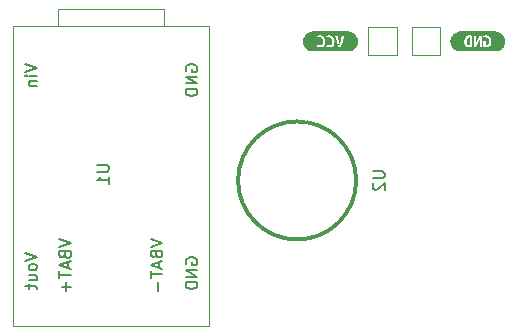
<source format=gbr>
%TF.GenerationSoftware,KiCad,Pcbnew,(6.0.6-0)*%
%TF.CreationDate,2022-09-18T15:49:11+02:00*%
%TF.ProjectId,magnetic-18350-holder-charger,6d61676e-6574-4696-932d-31383335302d,rev?*%
%TF.SameCoordinates,Original*%
%TF.FileFunction,Legend,Bot*%
%TF.FilePolarity,Positive*%
%FSLAX46Y46*%
G04 Gerber Fmt 4.6, Leading zero omitted, Abs format (unit mm)*
G04 Created by KiCad (PCBNEW (6.0.6-0)) date 2022-09-18 15:49:11*
%MOMM*%
%LPD*%
G01*
G04 APERTURE LIST*
%ADD10C,0.150000*%
%ADD11C,0.120000*%
%ADD12C,0.300000*%
G04 APERTURE END LIST*
D10*
%TO.C,U1*%
X122102380Y-89188095D02*
X122911904Y-89188095D01*
X123007142Y-89235714D01*
X123054761Y-89283333D01*
X123102380Y-89378571D01*
X123102380Y-89569047D01*
X123054761Y-89664285D01*
X123007142Y-89711904D01*
X122911904Y-89759523D01*
X122102380Y-89759523D01*
X123102380Y-90759523D02*
X123102380Y-90188095D01*
X123102380Y-90473809D02*
X122102380Y-90473809D01*
X122245238Y-90378571D01*
X122340476Y-90283333D01*
X122388095Y-90188095D01*
X126652380Y-95438095D02*
X127652380Y-95771428D01*
X126652380Y-96104761D01*
X127128571Y-96771428D02*
X127176190Y-96914285D01*
X127223809Y-96961904D01*
X127319047Y-97009523D01*
X127461904Y-97009523D01*
X127557142Y-96961904D01*
X127604761Y-96914285D01*
X127652380Y-96819047D01*
X127652380Y-96438095D01*
X126652380Y-96438095D01*
X126652380Y-96771428D01*
X126700000Y-96866666D01*
X126747619Y-96914285D01*
X126842857Y-96961904D01*
X126938095Y-96961904D01*
X127033333Y-96914285D01*
X127080952Y-96866666D01*
X127128571Y-96771428D01*
X127128571Y-96438095D01*
X127366666Y-97390476D02*
X127366666Y-97866666D01*
X127652380Y-97295238D02*
X126652380Y-97628571D01*
X127652380Y-97961904D01*
X126652380Y-98152380D02*
X126652380Y-98723809D01*
X127652380Y-98438095D02*
X126652380Y-98438095D01*
X127271428Y-99057142D02*
X127271428Y-99819047D01*
X129650000Y-97588095D02*
X129602380Y-97492857D01*
X129602380Y-97350000D01*
X129650000Y-97207142D01*
X129745238Y-97111904D01*
X129840476Y-97064285D01*
X130030952Y-97016666D01*
X130173809Y-97016666D01*
X130364285Y-97064285D01*
X130459523Y-97111904D01*
X130554761Y-97207142D01*
X130602380Y-97350000D01*
X130602380Y-97445238D01*
X130554761Y-97588095D01*
X130507142Y-97635714D01*
X130173809Y-97635714D01*
X130173809Y-97445238D01*
X130602380Y-98064285D02*
X129602380Y-98064285D01*
X130602380Y-98635714D01*
X129602380Y-98635714D01*
X130602380Y-99111904D02*
X129602380Y-99111904D01*
X129602380Y-99350000D01*
X129650000Y-99492857D01*
X129745238Y-99588095D01*
X129840476Y-99635714D01*
X130030952Y-99683333D01*
X130173809Y-99683333D01*
X130364285Y-99635714D01*
X130459523Y-99588095D01*
X130554761Y-99492857D01*
X130602380Y-99350000D01*
X130602380Y-99111904D01*
X118902380Y-95488095D02*
X119902380Y-95821428D01*
X118902380Y-96154761D01*
X119378571Y-96821428D02*
X119426190Y-96964285D01*
X119473809Y-97011904D01*
X119569047Y-97059523D01*
X119711904Y-97059523D01*
X119807142Y-97011904D01*
X119854761Y-96964285D01*
X119902380Y-96869047D01*
X119902380Y-96488095D01*
X118902380Y-96488095D01*
X118902380Y-96821428D01*
X118950000Y-96916666D01*
X118997619Y-96964285D01*
X119092857Y-97011904D01*
X119188095Y-97011904D01*
X119283333Y-96964285D01*
X119330952Y-96916666D01*
X119378571Y-96821428D01*
X119378571Y-96488095D01*
X119616666Y-97440476D02*
X119616666Y-97916666D01*
X119902380Y-97345238D02*
X118902380Y-97678571D01*
X119902380Y-98011904D01*
X118902380Y-98202380D02*
X118902380Y-98773809D01*
X119902380Y-98488095D02*
X118902380Y-98488095D01*
X119521428Y-99107142D02*
X119521428Y-99869047D01*
X119902380Y-99488095D02*
X119140476Y-99488095D01*
X116052380Y-80626190D02*
X117052380Y-80959523D01*
X116052380Y-81292857D01*
X117052380Y-81626190D02*
X116385714Y-81626190D01*
X116052380Y-81626190D02*
X116100000Y-81578571D01*
X116147619Y-81626190D01*
X116100000Y-81673809D01*
X116052380Y-81626190D01*
X116147619Y-81626190D01*
X116385714Y-82102380D02*
X117052380Y-82102380D01*
X116480952Y-82102380D02*
X116433333Y-82150000D01*
X116385714Y-82245238D01*
X116385714Y-82388095D01*
X116433333Y-82483333D01*
X116528571Y-82530952D01*
X117052380Y-82530952D01*
X116002380Y-96626190D02*
X117002380Y-96959523D01*
X116002380Y-97292857D01*
X117002380Y-97769047D02*
X116954761Y-97673809D01*
X116907142Y-97626190D01*
X116811904Y-97578571D01*
X116526190Y-97578571D01*
X116430952Y-97626190D01*
X116383333Y-97673809D01*
X116335714Y-97769047D01*
X116335714Y-97911904D01*
X116383333Y-98007142D01*
X116430952Y-98054761D01*
X116526190Y-98102380D01*
X116811904Y-98102380D01*
X116907142Y-98054761D01*
X116954761Y-98007142D01*
X117002380Y-97911904D01*
X117002380Y-97769047D01*
X116335714Y-98959523D02*
X117002380Y-98959523D01*
X116335714Y-98530952D02*
X116859523Y-98530952D01*
X116954761Y-98578571D01*
X117002380Y-98673809D01*
X117002380Y-98816666D01*
X116954761Y-98911904D01*
X116907142Y-98959523D01*
X116335714Y-99292857D02*
X116335714Y-99673809D01*
X116002380Y-99435714D02*
X116859523Y-99435714D01*
X116954761Y-99483333D01*
X117002380Y-99578571D01*
X117002380Y-99673809D01*
X129650000Y-81238095D02*
X129602380Y-81142857D01*
X129602380Y-81000000D01*
X129650000Y-80857142D01*
X129745238Y-80761904D01*
X129840476Y-80714285D01*
X130030952Y-80666666D01*
X130173809Y-80666666D01*
X130364285Y-80714285D01*
X130459523Y-80761904D01*
X130554761Y-80857142D01*
X130602380Y-81000000D01*
X130602380Y-81095238D01*
X130554761Y-81238095D01*
X130507142Y-81285714D01*
X130173809Y-81285714D01*
X130173809Y-81095238D01*
X130602380Y-81714285D02*
X129602380Y-81714285D01*
X130602380Y-82285714D01*
X129602380Y-82285714D01*
X130602380Y-82761904D02*
X129602380Y-82761904D01*
X129602380Y-83000000D01*
X129650000Y-83142857D01*
X129745238Y-83238095D01*
X129840476Y-83285714D01*
X130030952Y-83333333D01*
X130173809Y-83333333D01*
X130364285Y-83285714D01*
X130459523Y-83238095D01*
X130554761Y-83142857D01*
X130602380Y-83000000D01*
X130602380Y-82761904D01*
%TO.C,U2*%
X145452380Y-89738095D02*
X146261904Y-89738095D01*
X146357142Y-89785714D01*
X146404761Y-89833333D01*
X146452380Y-89928571D01*
X146452380Y-90119047D01*
X146404761Y-90214285D01*
X146357142Y-90261904D01*
X146261904Y-90309523D01*
X145452380Y-90309523D01*
X145547619Y-90738095D02*
X145500000Y-90785714D01*
X145452380Y-90880952D01*
X145452380Y-91119047D01*
X145500000Y-91214285D01*
X145547619Y-91261904D01*
X145642857Y-91309523D01*
X145738095Y-91309523D01*
X145880952Y-91261904D01*
X146452380Y-90690476D01*
X146452380Y-91309523D01*
D11*
%TO.C,REF\u002A\u002A*%
X151150000Y-77490000D02*
X148750000Y-77490000D01*
X148750000Y-77490000D02*
X148750000Y-79890000D01*
X148750000Y-79890000D02*
X151150000Y-79890000D01*
X151150000Y-79890000D02*
X151150000Y-77490000D01*
X145080000Y-79880000D02*
X147480000Y-79880000D01*
X147480000Y-79880000D02*
X147480000Y-77480000D01*
X147480000Y-77480000D02*
X145080000Y-77480000D01*
X145080000Y-77480000D02*
X145080000Y-79880000D01*
%TO.C,kibuzzard-63272085*%
G36*
X153643562Y-78389006D02*
G01*
X153672137Y-78392975D01*
X153672137Y-79053375D01*
X153654675Y-79054962D01*
X153637212Y-79054962D01*
X153525294Y-79029562D01*
X153452269Y-78959712D01*
X153412581Y-78854144D01*
X153403652Y-78790048D01*
X153400675Y-78720000D01*
X153410200Y-78596175D01*
X153443537Y-78489812D01*
X153508625Y-78415994D01*
X153614987Y-78388212D01*
X153643562Y-78389006D01*
G37*
G36*
X152788832Y-79559430D02*
G01*
X152706951Y-79547284D01*
X152626656Y-79527171D01*
X152548718Y-79499285D01*
X152473889Y-79463893D01*
X152402889Y-79421338D01*
X152336403Y-79372028D01*
X152275070Y-79316439D01*
X152219480Y-79255105D01*
X152170171Y-79188619D01*
X152127615Y-79117619D01*
X152092224Y-79042790D01*
X152064337Y-78964853D01*
X152044224Y-78884557D01*
X152032078Y-78802677D01*
X152028017Y-78720000D01*
X153202237Y-78720000D01*
X153210770Y-78846405D01*
X153236369Y-78952569D01*
X153277048Y-79039683D01*
X153330825Y-79108937D01*
X153396905Y-79161127D01*
X153474494Y-79197044D01*
X153562005Y-79217880D01*
X153657850Y-79224825D01*
X153760244Y-79219269D01*
X153802174Y-79212125D01*
X154026150Y-79212125D01*
X154183312Y-79212125D01*
X154229085Y-79103205D01*
X154277504Y-78994461D01*
X154328569Y-78885894D01*
X154382279Y-78777326D01*
X154438635Y-78668583D01*
X154497637Y-78559662D01*
X154497637Y-79212125D01*
X154673850Y-79212125D01*
X154673850Y-78278675D01*
X154804025Y-78278675D01*
X154854825Y-78434250D01*
X154940550Y-78394562D01*
X155045325Y-78377100D01*
X155162800Y-78402500D01*
X155241381Y-78473144D01*
X155285831Y-78581094D01*
X155295952Y-78647173D01*
X155299325Y-78720000D01*
X155293151Y-78827156D01*
X155274631Y-78913675D01*
X155243762Y-78979556D01*
X155175103Y-79042064D01*
X155080250Y-79062900D01*
X155042150Y-79061312D01*
X155004050Y-79056550D01*
X155004050Y-78697775D01*
X154808787Y-78697775D01*
X154808787Y-79188312D01*
X154917531Y-79216887D01*
X154999089Y-79228794D01*
X155096125Y-79232762D01*
X155183636Y-79224627D01*
X155262019Y-79200219D01*
X155330480Y-79159737D01*
X155388225Y-79103381D01*
X155434659Y-79031150D01*
X155469187Y-78943044D01*
X155490619Y-78839261D01*
X155497762Y-78720000D01*
X155489428Y-78601930D01*
X155464425Y-78498544D01*
X155425134Y-78410239D01*
X155373937Y-78337412D01*
X155311628Y-78280461D01*
X155239000Y-78239781D01*
X155158434Y-78215373D01*
X155072312Y-78207237D01*
X154969919Y-78215969D01*
X154891337Y-78235812D01*
X154836569Y-78259625D01*
X154804025Y-78278675D01*
X154673850Y-78278675D01*
X154673850Y-78229462D01*
X154516687Y-78229462D01*
X154472237Y-78302289D01*
X154427787Y-78381069D01*
X154383933Y-78462627D01*
X154341269Y-78543787D01*
X154300787Y-78623559D01*
X154263481Y-78700950D01*
X154230342Y-78772387D01*
X154202362Y-78834300D01*
X154202362Y-78229462D01*
X154026150Y-78229462D01*
X154026150Y-79212125D01*
X153802174Y-79212125D01*
X153867400Y-79201012D01*
X153867400Y-78242162D01*
X153741987Y-78223112D01*
X153632450Y-78218350D01*
X153539780Y-78225494D01*
X153455444Y-78246925D01*
X153381427Y-78283636D01*
X153319712Y-78336619D01*
X153270302Y-78406072D01*
X153233194Y-78492194D01*
X153209977Y-78596373D01*
X153202237Y-78720000D01*
X152028017Y-78720000D01*
X152032078Y-78637323D01*
X152044224Y-78555443D01*
X152064337Y-78475147D01*
X152092224Y-78397210D01*
X152127615Y-78322381D01*
X152170171Y-78251381D01*
X152219480Y-78184895D01*
X152275070Y-78123561D01*
X152336403Y-78067972D01*
X152402889Y-78018662D01*
X152473889Y-77976107D01*
X152548718Y-77940715D01*
X152626656Y-77912829D01*
X152706951Y-77892716D01*
X152788832Y-77880570D01*
X152871508Y-77876508D01*
X155828492Y-77876508D01*
X155911168Y-77880570D01*
X155993049Y-77892716D01*
X156073344Y-77912829D01*
X156151282Y-77940715D01*
X156226111Y-77976107D01*
X156297111Y-78018662D01*
X156363597Y-78067972D01*
X156424930Y-78123561D01*
X156480520Y-78184895D01*
X156529829Y-78251381D01*
X156572385Y-78322381D01*
X156607776Y-78397210D01*
X156635663Y-78475147D01*
X156655776Y-78555443D01*
X156667922Y-78637323D01*
X156671983Y-78720000D01*
X156667922Y-78802677D01*
X156655776Y-78884557D01*
X156635663Y-78964853D01*
X156607776Y-79042790D01*
X156572385Y-79117619D01*
X156529829Y-79188619D01*
X156480520Y-79255105D01*
X156424930Y-79316439D01*
X156363597Y-79372028D01*
X156297111Y-79421338D01*
X156226111Y-79463893D01*
X156151282Y-79499285D01*
X156073344Y-79527171D01*
X155993049Y-79547284D01*
X155911168Y-79559430D01*
X155828492Y-79563492D01*
X152871508Y-79563492D01*
X152788832Y-79559430D01*
G37*
%TO.C,kibuzzard-63272079*%
G36*
X140310894Y-79559430D02*
G01*
X140229014Y-79547284D01*
X140148718Y-79527171D01*
X140070781Y-79499285D01*
X139995952Y-79463893D01*
X139924952Y-79421338D01*
X139858465Y-79372028D01*
X139797132Y-79316439D01*
X139741543Y-79255105D01*
X139692233Y-79188619D01*
X139677777Y-79164500D01*
X140724300Y-79164500D01*
X140836219Y-79211331D01*
X140912220Y-79227405D01*
X140998937Y-79232762D01*
X141126643Y-79217946D01*
X141232476Y-79173496D01*
X141242671Y-79164500D01*
X141518050Y-79164500D01*
X141629969Y-79211331D01*
X141705970Y-79227405D01*
X141792687Y-79232762D01*
X141920393Y-79217946D01*
X142026226Y-79173496D01*
X142110187Y-79099412D01*
X142158110Y-79025693D01*
X142192341Y-78937884D01*
X142212879Y-78835987D01*
X142219725Y-78720000D01*
X142211391Y-78604509D01*
X142186387Y-78502512D01*
X142146502Y-78414605D01*
X142093519Y-78341381D01*
X142028431Y-78283437D01*
X141952231Y-78241369D01*
X141912450Y-78229462D01*
X142281637Y-78229462D01*
X142302870Y-78330269D01*
X142328469Y-78442187D01*
X142358234Y-78562639D01*
X142391969Y-78689044D01*
X142416575Y-78775827D01*
X142442769Y-78863669D01*
X142470550Y-78952569D01*
X142499478Y-79041028D01*
X142529111Y-79127547D01*
X142559450Y-79212125D01*
X142761062Y-79212125D01*
X142800353Y-79095444D01*
X142842025Y-78964475D01*
X142870071Y-78872488D01*
X142897058Y-78780678D01*
X142922988Y-78689044D01*
X142947506Y-78599174D01*
X142970260Y-78512655D01*
X142991250Y-78429487D01*
X143017444Y-78318362D01*
X143035700Y-78229462D01*
X142829325Y-78229462D01*
X142817419Y-78311814D01*
X142800750Y-78406469D01*
X142780708Y-78508862D01*
X142758681Y-78614431D01*
X142734869Y-78720794D01*
X142709469Y-78825569D01*
X142683473Y-78924192D01*
X142657875Y-79012100D01*
X142632475Y-78925383D01*
X142607075Y-78827156D01*
X142582469Y-78722381D01*
X142559450Y-78616019D01*
X142538019Y-78510252D01*
X142518175Y-78407262D01*
X142500712Y-78312012D01*
X142486425Y-78229462D01*
X142281637Y-78229462D01*
X141912450Y-78229462D01*
X141866705Y-78215770D01*
X141773637Y-78207237D01*
X141679181Y-78215969D01*
X141605362Y-78235812D01*
X141552181Y-78259625D01*
X141519637Y-78278675D01*
X141570438Y-78434250D01*
X141658544Y-78393769D01*
X141776812Y-78377100D01*
X141866506Y-78393769D01*
X141944294Y-78449331D01*
X141999856Y-78553312D01*
X142015930Y-78626337D01*
X142021287Y-78715237D01*
X142014849Y-78818690D01*
X141995535Y-78904679D01*
X141963344Y-78973206D01*
X141886945Y-79040477D01*
X141773637Y-79062900D01*
X141647431Y-79045437D01*
X141567262Y-79010512D01*
X141518050Y-79164500D01*
X141242671Y-79164500D01*
X141316437Y-79099412D01*
X141364360Y-79025693D01*
X141398591Y-78937884D01*
X141419129Y-78835987D01*
X141425975Y-78720000D01*
X141417641Y-78604509D01*
X141392637Y-78502512D01*
X141352752Y-78414605D01*
X141299769Y-78341381D01*
X141234681Y-78283437D01*
X141158481Y-78241369D01*
X141072955Y-78215770D01*
X140979887Y-78207237D01*
X140885431Y-78215969D01*
X140811612Y-78235812D01*
X140758431Y-78259625D01*
X140725887Y-78278675D01*
X140776687Y-78434250D01*
X140864794Y-78393769D01*
X140983062Y-78377100D01*
X141072756Y-78393769D01*
X141150544Y-78449331D01*
X141206106Y-78553312D01*
X141222180Y-78626337D01*
X141227537Y-78715237D01*
X141221099Y-78818690D01*
X141201785Y-78904679D01*
X141169594Y-78973206D01*
X141093195Y-79040477D01*
X140979887Y-79062900D01*
X140853681Y-79045437D01*
X140773512Y-79010512D01*
X140724300Y-79164500D01*
X139677777Y-79164500D01*
X139649678Y-79117619D01*
X139614286Y-79042790D01*
X139586400Y-78964853D01*
X139566287Y-78884557D01*
X139554141Y-78802677D01*
X139550079Y-78720000D01*
X139554141Y-78637323D01*
X139566287Y-78555443D01*
X139586400Y-78475147D01*
X139614286Y-78397210D01*
X139649678Y-78322381D01*
X139692233Y-78251381D01*
X139741543Y-78184895D01*
X139797132Y-78123561D01*
X139858465Y-78067972D01*
X139924952Y-78018662D01*
X139995952Y-77976107D01*
X140070781Y-77940715D01*
X140148718Y-77912829D01*
X140229014Y-77892716D01*
X140310894Y-77880570D01*
X140393571Y-77876508D01*
X143366429Y-77876508D01*
X143449106Y-77880570D01*
X143530986Y-77892716D01*
X143611282Y-77912829D01*
X143689219Y-77940715D01*
X143764048Y-77976107D01*
X143835048Y-78018662D01*
X143901535Y-78067972D01*
X143962868Y-78123561D01*
X144018457Y-78184895D01*
X144067767Y-78251381D01*
X144110322Y-78322381D01*
X144145714Y-78397210D01*
X144173600Y-78475147D01*
X144193713Y-78555443D01*
X144205859Y-78637323D01*
X144209921Y-78720000D01*
X144205859Y-78802677D01*
X144193713Y-78884557D01*
X144173600Y-78964853D01*
X144145714Y-79042790D01*
X144110322Y-79117619D01*
X144067767Y-79188619D01*
X144018457Y-79255105D01*
X143962868Y-79316439D01*
X143901535Y-79372028D01*
X143835048Y-79421338D01*
X143764048Y-79463893D01*
X143689219Y-79499285D01*
X143611282Y-79527171D01*
X143530986Y-79547284D01*
X143449106Y-79559430D01*
X143366429Y-79563492D01*
X140393571Y-79563492D01*
X140310894Y-79559430D01*
G37*
%TO.C,U1*%
X118800000Y-77450000D02*
X118800000Y-75950000D01*
X118800000Y-75950000D02*
X127800000Y-75950000D01*
X115000000Y-77450000D02*
X131600000Y-77450000D01*
X115000000Y-102850000D02*
X115000000Y-77450000D01*
X127800000Y-75950000D02*
X127800000Y-77450000D01*
X131600000Y-102850000D02*
X115000000Y-102850000D01*
X127800000Y-77450000D02*
X118800000Y-77450000D01*
X131600000Y-77450000D02*
X131600000Y-102850000D01*
D12*
%TO.C,U2*%
X144050000Y-90500000D02*
G75*
G03*
X144050000Y-90500000I-5000000J0D01*
G01*
%TD*%
M02*

</source>
